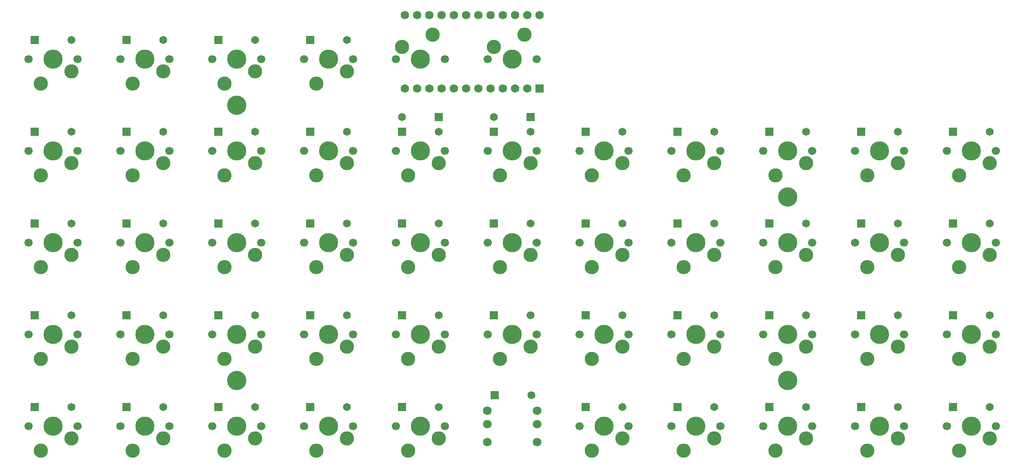
<source format=gts>
G04 #@! TF.GenerationSoftware,KiCad,Pcbnew,(5.1.10)-1*
G04 #@! TF.CreationDate,2021-10-22T01:42:52-05:00*
G04 #@! TF.ProjectId,DTM,44544d2e-6b69-4636-9164-5f7063625858,rev?*
G04 #@! TF.SameCoordinates,Original*
G04 #@! TF.FileFunction,Soldermask,Top*
G04 #@! TF.FilePolarity,Negative*
%FSLAX46Y46*%
G04 Gerber Fmt 4.6, Leading zero omitted, Abs format (unit mm)*
G04 Created by KiCad (PCBNEW (5.1.10)-1) date 2021-10-22 01:42:52*
%MOMM*%
%LPD*%
G01*
G04 APERTURE LIST*
%ADD10C,4.000000*%
%ADD11C,3.980180*%
%ADD12C,2.950000*%
%ADD13C,1.700000*%
%ADD14R,1.651000X1.651000*%
%ADD15C,1.651000*%
%ADD16C,1.800000*%
%ADD17C,1.752600*%
%ADD18R,1.752600X1.752600*%
G04 APERTURE END LIST*
D10*
X88100000Y-59525000D03*
X202400000Y-116675000D03*
X88100000Y-116675000D03*
X202400000Y-78575000D03*
D11*
X69050000Y-50000000D03*
D12*
X66510000Y-55080000D03*
X72860000Y-52540000D03*
D13*
X63970000Y-50000000D03*
X74130000Y-50000000D03*
D14*
X236690000Y-122200000D03*
D15*
X244310000Y-122200000D03*
D14*
X236690000Y-103150000D03*
D15*
X244310000Y-103150000D03*
D14*
X236690000Y-84100000D03*
D15*
X244310000Y-84100000D03*
D14*
X236690000Y-65050000D03*
D15*
X244310000Y-65050000D03*
D14*
X217640000Y-122200000D03*
D15*
X225260000Y-122200000D03*
D14*
X217640000Y-103150000D03*
D15*
X225260000Y-103150000D03*
D14*
X217640000Y-84100000D03*
D15*
X225260000Y-84100000D03*
D14*
X217640000Y-65050000D03*
D15*
X225260000Y-65050000D03*
D14*
X198590000Y-122200000D03*
D15*
X206210000Y-122200000D03*
D14*
X198590000Y-103150000D03*
D15*
X206210000Y-103150000D03*
D14*
X198590000Y-84100000D03*
D15*
X206210000Y-84100000D03*
D14*
X198590000Y-65050000D03*
D15*
X206210000Y-65050000D03*
D14*
X179540000Y-122200000D03*
D15*
X187160000Y-122200000D03*
D14*
X179540000Y-103150000D03*
D15*
X187160000Y-103150000D03*
D14*
X179540000Y-84100000D03*
D15*
X187160000Y-84100000D03*
D14*
X179540000Y-65050000D03*
D15*
X187160000Y-65050000D03*
D14*
X160490000Y-122200000D03*
D15*
X168110000Y-122200000D03*
D14*
X160490000Y-103150000D03*
D15*
X168110000Y-103150000D03*
D14*
X160490000Y-84100000D03*
D15*
X168110000Y-84100000D03*
D14*
X160490000Y-65050000D03*
D15*
X168110000Y-65050000D03*
D14*
X141600000Y-119750000D03*
D15*
X149220000Y-119750000D03*
D14*
X141440000Y-103150000D03*
D15*
X149060000Y-103150000D03*
D14*
X141440000Y-84100000D03*
D15*
X149060000Y-84100000D03*
D14*
X141440000Y-65050000D03*
D15*
X149060000Y-65050000D03*
D14*
X149060000Y-62000000D03*
D15*
X141440000Y-62000000D03*
D14*
X122390000Y-122200000D03*
D15*
X130010000Y-122200000D03*
D14*
X122390000Y-103150000D03*
D15*
X130010000Y-103150000D03*
D14*
X122390000Y-84100000D03*
D15*
X130010000Y-84100000D03*
D14*
X122390000Y-65050000D03*
D15*
X130010000Y-65050000D03*
D14*
X130010000Y-62000000D03*
D15*
X122390000Y-62000000D03*
D14*
X103340000Y-122200000D03*
D15*
X110960000Y-122200000D03*
D14*
X103340000Y-103150000D03*
D15*
X110960000Y-103150000D03*
D14*
X103340000Y-84100000D03*
D15*
X110960000Y-84100000D03*
D14*
X103340000Y-65050000D03*
D15*
X110960000Y-65050000D03*
D14*
X103340000Y-46000000D03*
D15*
X110960000Y-46000000D03*
D14*
X84290000Y-122200000D03*
D15*
X91910000Y-122200000D03*
D14*
X84290000Y-103150000D03*
D15*
X91910000Y-103150000D03*
D14*
X84290000Y-84100000D03*
D15*
X91910000Y-84100000D03*
D14*
X84290000Y-65050000D03*
D15*
X91910000Y-65050000D03*
D14*
X84290000Y-46000000D03*
D15*
X91910000Y-46000000D03*
D14*
X65240000Y-122200000D03*
D15*
X72860000Y-122200000D03*
D14*
X65240000Y-103150000D03*
D15*
X72860000Y-103150000D03*
D14*
X65240000Y-84100000D03*
D15*
X72860000Y-84100000D03*
D14*
X65240000Y-65050000D03*
D15*
X72860000Y-65050000D03*
D14*
X65240000Y-46000000D03*
D15*
X72860000Y-46000000D03*
D14*
X46190000Y-122200000D03*
D15*
X53810000Y-122200000D03*
D14*
X46190000Y-103150000D03*
D15*
X53810000Y-103150000D03*
D14*
X46190000Y-84100000D03*
D15*
X53810000Y-84100000D03*
D14*
X46190000Y-65050000D03*
D15*
X53810000Y-65050000D03*
D14*
X46190000Y-46000000D03*
D15*
X53810000Y-46000000D03*
D11*
X50000000Y-50000000D03*
D12*
X47460000Y-55080000D03*
X53810000Y-52540000D03*
D13*
X44920000Y-50000000D03*
X55080000Y-50000000D03*
D11*
X69050000Y-88100000D03*
D12*
X66510000Y-93180000D03*
X72860000Y-90640000D03*
D13*
X63970000Y-88100000D03*
X74130000Y-88100000D03*
D11*
X240500000Y-126200000D03*
D12*
X237960000Y-131280000D03*
X244310000Y-128740000D03*
D13*
X235420000Y-126200000D03*
X245580000Y-126200000D03*
D11*
X240500000Y-107150000D03*
D12*
X237960000Y-112230000D03*
X244310000Y-109690000D03*
D13*
X235420000Y-107150000D03*
X245580000Y-107150000D03*
D11*
X240500000Y-88100000D03*
D12*
X237960000Y-93180000D03*
X244310000Y-90640000D03*
D13*
X235420000Y-88100000D03*
X245580000Y-88100000D03*
D11*
X240500000Y-69050000D03*
D12*
X237960000Y-74130000D03*
X244310000Y-71590000D03*
D13*
X235420000Y-69050000D03*
X245580000Y-69050000D03*
D11*
X221450000Y-126200000D03*
D12*
X218910000Y-131280000D03*
X225260000Y-128740000D03*
D13*
X216370000Y-126200000D03*
X226530000Y-126200000D03*
D11*
X221450000Y-107150000D03*
D12*
X218910000Y-112230000D03*
X225260000Y-109690000D03*
D13*
X216370000Y-107150000D03*
X226530000Y-107150000D03*
D11*
X221450000Y-88100000D03*
D12*
X218910000Y-93180000D03*
X225260000Y-90640000D03*
D13*
X216370000Y-88100000D03*
X226530000Y-88100000D03*
D11*
X221450000Y-69050000D03*
D12*
X218910000Y-74130000D03*
X225260000Y-71590000D03*
D13*
X216370000Y-69050000D03*
X226530000Y-69050000D03*
D11*
X202400000Y-126200000D03*
D12*
X199860000Y-131280000D03*
X206210000Y-128740000D03*
D13*
X197320000Y-126200000D03*
X207480000Y-126200000D03*
D11*
X202400000Y-107150000D03*
D12*
X199860000Y-112230000D03*
X206210000Y-109690000D03*
D13*
X197320000Y-107150000D03*
X207480000Y-107150000D03*
D11*
X202400000Y-88100000D03*
D12*
X199860000Y-93180000D03*
X206210000Y-90640000D03*
D13*
X197320000Y-88100000D03*
X207480000Y-88100000D03*
D11*
X202400000Y-69050000D03*
D12*
X199860000Y-74130000D03*
X206210000Y-71590000D03*
D13*
X197320000Y-69050000D03*
X207480000Y-69050000D03*
D11*
X183350000Y-126200000D03*
D12*
X180810000Y-131280000D03*
X187160000Y-128740000D03*
D13*
X178270000Y-126200000D03*
X188430000Y-126200000D03*
D11*
X183350000Y-107150000D03*
D12*
X180810000Y-112230000D03*
X187160000Y-109690000D03*
D13*
X178270000Y-107150000D03*
X188430000Y-107150000D03*
D11*
X183350000Y-88100000D03*
D12*
X180810000Y-93180000D03*
X187160000Y-90640000D03*
D13*
X178270000Y-88100000D03*
X188430000Y-88100000D03*
D11*
X183350000Y-69050000D03*
D12*
X180810000Y-74130000D03*
X187160000Y-71590000D03*
D13*
X178270000Y-69050000D03*
X188430000Y-69050000D03*
D11*
X164300000Y-126200000D03*
D12*
X161760000Y-131280000D03*
X168110000Y-128740000D03*
D13*
X159220000Y-126200000D03*
X169380000Y-126200000D03*
D11*
X164300000Y-107150000D03*
D12*
X161760000Y-112230000D03*
X168110000Y-109690000D03*
D13*
X159220000Y-107150000D03*
X169380000Y-107150000D03*
D11*
X164300000Y-88100000D03*
D12*
X161760000Y-93180000D03*
X168110000Y-90640000D03*
D13*
X159220000Y-88100000D03*
X169380000Y-88100000D03*
D11*
X164300000Y-69050000D03*
D12*
X161760000Y-74130000D03*
X168110000Y-71590000D03*
D13*
X159220000Y-69050000D03*
X169380000Y-69050000D03*
D11*
X145250000Y-107150000D03*
D12*
X142710000Y-112230000D03*
X149060000Y-109690000D03*
D13*
X140170000Y-107150000D03*
X150330000Y-107150000D03*
D11*
X145250000Y-88100000D03*
D12*
X142710000Y-93180000D03*
X149060000Y-90640000D03*
D13*
X140170000Y-88100000D03*
X150330000Y-88100000D03*
D11*
X145250000Y-69050000D03*
D12*
X142710000Y-74130000D03*
X149060000Y-71590000D03*
D13*
X140170000Y-69050000D03*
X150330000Y-69050000D03*
D11*
X145250000Y-50000000D03*
D12*
X147790000Y-44920000D03*
X141440000Y-47460000D03*
D13*
X150330000Y-50000000D03*
X140170000Y-50000000D03*
D11*
X126200000Y-126200000D03*
D12*
X123660000Y-131280000D03*
X130010000Y-128740000D03*
D13*
X121120000Y-126200000D03*
X131280000Y-126200000D03*
D11*
X126200000Y-107150000D03*
D12*
X123660000Y-112230000D03*
X130010000Y-109690000D03*
D13*
X121120000Y-107150000D03*
X131280000Y-107150000D03*
D11*
X126200000Y-88100000D03*
D12*
X123660000Y-93180000D03*
X130010000Y-90640000D03*
D13*
X121120000Y-88100000D03*
X131280000Y-88100000D03*
D11*
X126200000Y-69050000D03*
D12*
X123660000Y-74130000D03*
X130010000Y-71590000D03*
D13*
X121120000Y-69050000D03*
X131280000Y-69050000D03*
D11*
X126200000Y-50000000D03*
D12*
X128740000Y-44920000D03*
X122390000Y-47460000D03*
D13*
X131280000Y-50000000D03*
X121120000Y-50000000D03*
D11*
X107150000Y-126200000D03*
D12*
X104610000Y-131280000D03*
X110960000Y-128740000D03*
D13*
X102070000Y-126200000D03*
X112230000Y-126200000D03*
D11*
X107150000Y-107150000D03*
D12*
X104610000Y-112230000D03*
X110960000Y-109690000D03*
D13*
X102070000Y-107150000D03*
X112230000Y-107150000D03*
D11*
X107150000Y-88100000D03*
D12*
X104610000Y-93180000D03*
X110960000Y-90640000D03*
D13*
X102070000Y-88100000D03*
X112230000Y-88100000D03*
D11*
X107150000Y-69050000D03*
D12*
X104610000Y-74130000D03*
X110960000Y-71590000D03*
D13*
X102070000Y-69050000D03*
X112230000Y-69050000D03*
D11*
X107150000Y-50000000D03*
D12*
X104610000Y-55080000D03*
X110960000Y-52540000D03*
D13*
X102070000Y-50000000D03*
X112230000Y-50000000D03*
D11*
X88100000Y-126200000D03*
D12*
X85560000Y-131280000D03*
X91910000Y-128740000D03*
D13*
X83020000Y-126200000D03*
X93180000Y-126200000D03*
D11*
X88100000Y-107150000D03*
D12*
X85560000Y-112230000D03*
X91910000Y-109690000D03*
D13*
X83020000Y-107150000D03*
X93180000Y-107150000D03*
D11*
X88100000Y-88100000D03*
D12*
X85560000Y-93180000D03*
X91910000Y-90640000D03*
D13*
X83020000Y-88100000D03*
X93180000Y-88100000D03*
D11*
X88100000Y-69050000D03*
D12*
X85560000Y-74130000D03*
X91910000Y-71590000D03*
D13*
X83020000Y-69050000D03*
X93180000Y-69050000D03*
D11*
X88100000Y-50000000D03*
D12*
X85560000Y-55080000D03*
X91910000Y-52540000D03*
D13*
X83020000Y-50000000D03*
X93180000Y-50000000D03*
D11*
X69050000Y-126200000D03*
D12*
X66510000Y-131280000D03*
X72860000Y-128740000D03*
D13*
X63970000Y-126200000D03*
X74130000Y-126200000D03*
D11*
X69050000Y-107150000D03*
D12*
X66510000Y-112230000D03*
X72860000Y-109690000D03*
D13*
X63970000Y-107150000D03*
X74130000Y-107150000D03*
D11*
X69050000Y-69050000D03*
D12*
X66510000Y-74130000D03*
X72860000Y-71590000D03*
D13*
X63970000Y-69050000D03*
X74130000Y-69050000D03*
D11*
X50000000Y-126200000D03*
D12*
X47460000Y-131280000D03*
X53810000Y-128740000D03*
D13*
X44920000Y-126200000D03*
X55080000Y-126200000D03*
D11*
X50000000Y-107150000D03*
D12*
X47460000Y-112230000D03*
X53810000Y-109690000D03*
D13*
X44920000Y-107150000D03*
X55080000Y-107150000D03*
D11*
X50000000Y-88100000D03*
D12*
X47460000Y-93180000D03*
X53810000Y-90640000D03*
D13*
X44920000Y-88100000D03*
X55080000Y-88100000D03*
D11*
X50000000Y-69050000D03*
D12*
X47460000Y-74130000D03*
X53810000Y-71590000D03*
D13*
X44920000Y-69050000D03*
X55080000Y-69050000D03*
D16*
X140100000Y-125750000D03*
X150400000Y-125750000D03*
X150400000Y-129450000D03*
X150400000Y-122950000D03*
X140100000Y-129450000D03*
X140100000Y-122950000D03*
D17*
X150920000Y-40880000D03*
X122980000Y-56120000D03*
X148380000Y-40880000D03*
X145840000Y-40880000D03*
X143300000Y-40880000D03*
X140760000Y-40880000D03*
X138220000Y-40880000D03*
X135680000Y-40880000D03*
X133140000Y-40880000D03*
X130600000Y-40880000D03*
X128060000Y-40880000D03*
X125520000Y-40880000D03*
X122980000Y-40880000D03*
X125520000Y-56120000D03*
X128060000Y-56120000D03*
X130600000Y-56120000D03*
X133140000Y-56120000D03*
X135680000Y-56120000D03*
X138220000Y-56120000D03*
X140760000Y-56120000D03*
X143300000Y-56120000D03*
X145840000Y-56120000D03*
X148380000Y-56120000D03*
D18*
X150920000Y-56120000D03*
M02*

</source>
